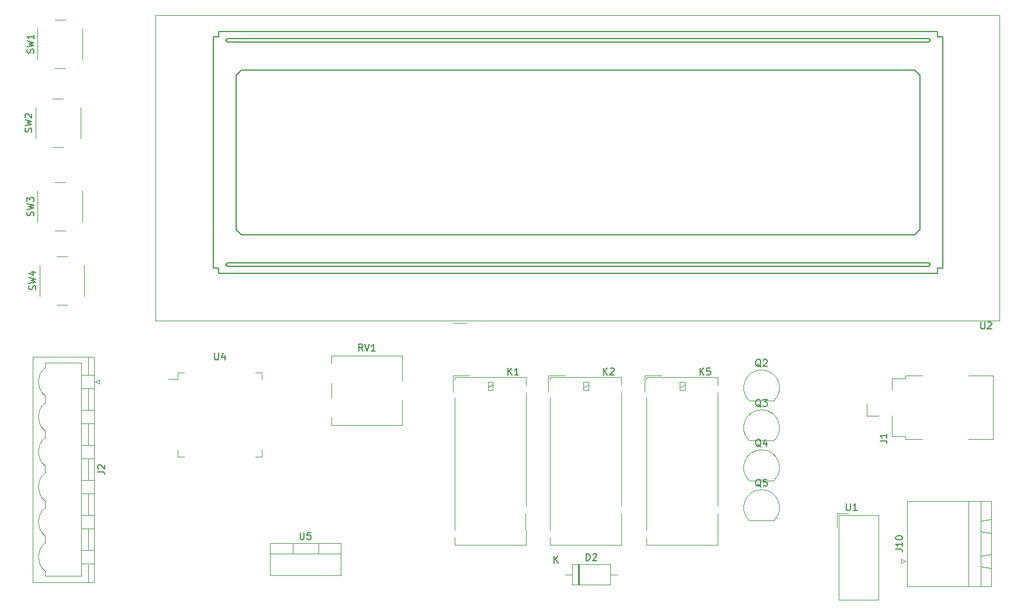
<source format=gbr>
%TF.GenerationSoftware,KiCad,Pcbnew,7.0.7*%
%TF.CreationDate,2023-12-03T21:53:00-03:00*%
%TF.ProjectId,climatizador automatico,636c696d-6174-4697-9a61-646f72206175,rev?*%
%TF.SameCoordinates,Original*%
%TF.FileFunction,Legend,Top*%
%TF.FilePolarity,Positive*%
%FSLAX46Y46*%
G04 Gerber Fmt 4.6, Leading zero omitted, Abs format (unit mm)*
G04 Created by KiCad (PCBNEW 7.0.7) date 2023-12-03 21:53:00*
%MOMM*%
%LPD*%
G01*
G04 APERTURE LIST*
%ADD10C,0.150000*%
%ADD11C,0.120000*%
G04 APERTURE END LIST*
D10*
X153382805Y-123101719D02*
X153382805Y-122101719D01*
X153382805Y-122101719D02*
X153620900Y-122101719D01*
X153620900Y-122101719D02*
X153763757Y-122149338D01*
X153763757Y-122149338D02*
X153858995Y-122244576D01*
X153858995Y-122244576D02*
X153906614Y-122339814D01*
X153906614Y-122339814D02*
X153954233Y-122530290D01*
X153954233Y-122530290D02*
X153954233Y-122673147D01*
X153954233Y-122673147D02*
X153906614Y-122863623D01*
X153906614Y-122863623D02*
X153858995Y-122958861D01*
X153858995Y-122958861D02*
X153763757Y-123054100D01*
X153763757Y-123054100D02*
X153620900Y-123101719D01*
X153620900Y-123101719D02*
X153382805Y-123101719D01*
X154335186Y-122196957D02*
X154382805Y-122149338D01*
X154382805Y-122149338D02*
X154478043Y-122101719D01*
X154478043Y-122101719D02*
X154716138Y-122101719D01*
X154716138Y-122101719D02*
X154811376Y-122149338D01*
X154811376Y-122149338D02*
X154858995Y-122196957D01*
X154858995Y-122196957D02*
X154906614Y-122292195D01*
X154906614Y-122292195D02*
X154906614Y-122387433D01*
X154906614Y-122387433D02*
X154858995Y-122530290D01*
X154858995Y-122530290D02*
X154287567Y-123101719D01*
X154287567Y-123101719D02*
X154906614Y-123101719D01*
X148778995Y-123471719D02*
X148778995Y-122471719D01*
X149350423Y-123471719D02*
X148921852Y-122900290D01*
X149350423Y-122471719D02*
X148778995Y-123043147D01*
X142085305Y-96194219D02*
X142085305Y-95194219D01*
X142656733Y-96194219D02*
X142228162Y-95622790D01*
X142656733Y-95194219D02*
X142085305Y-95765647D01*
X143609114Y-96194219D02*
X143037686Y-96194219D01*
X143323400Y-96194219D02*
X143323400Y-95194219D01*
X143323400Y-95194219D02*
X143228162Y-95337076D01*
X143228162Y-95337076D02*
X143132924Y-95432314D01*
X143132924Y-95432314D02*
X143037686Y-95479933D01*
X169872805Y-96194219D02*
X169872805Y-95194219D01*
X170444233Y-96194219D02*
X170015662Y-95622790D01*
X170444233Y-95194219D02*
X169872805Y-95765647D01*
X171348995Y-95194219D02*
X170872805Y-95194219D01*
X170872805Y-95194219D02*
X170825186Y-95670409D01*
X170825186Y-95670409D02*
X170872805Y-95622790D01*
X170872805Y-95622790D02*
X170968043Y-95575171D01*
X170968043Y-95575171D02*
X171206138Y-95575171D01*
X171206138Y-95575171D02*
X171301376Y-95622790D01*
X171301376Y-95622790D02*
X171348995Y-95670409D01*
X171348995Y-95670409D02*
X171396614Y-95765647D01*
X171396614Y-95765647D02*
X171396614Y-96003742D01*
X171396614Y-96003742D02*
X171348995Y-96098980D01*
X171348995Y-96098980D02*
X171301376Y-96146600D01*
X171301376Y-96146600D02*
X171206138Y-96194219D01*
X171206138Y-96194219D02*
X170968043Y-96194219D01*
X170968043Y-96194219D02*
X170872805Y-96146600D01*
X170872805Y-96146600D02*
X170825186Y-96098980D01*
X99558995Y-92994219D02*
X99558995Y-93803742D01*
X99558995Y-93803742D02*
X99606614Y-93898980D01*
X99606614Y-93898980D02*
X99654233Y-93946600D01*
X99654233Y-93946600D02*
X99749471Y-93994219D01*
X99749471Y-93994219D02*
X99939947Y-93994219D01*
X99939947Y-93994219D02*
X100035185Y-93946600D01*
X100035185Y-93946600D02*
X100082804Y-93898980D01*
X100082804Y-93898980D02*
X100130423Y-93803742D01*
X100130423Y-93803742D02*
X100130423Y-92994219D01*
X101035185Y-93327552D02*
X101035185Y-93994219D01*
X100797090Y-92946600D02*
X100558995Y-93660885D01*
X100558995Y-93660885D02*
X101178042Y-93660885D01*
X178708161Y-100829457D02*
X178612923Y-100781838D01*
X178612923Y-100781838D02*
X178517685Y-100686600D01*
X178517685Y-100686600D02*
X178374828Y-100543742D01*
X178374828Y-100543742D02*
X178279590Y-100496123D01*
X178279590Y-100496123D02*
X178184352Y-100496123D01*
X178231971Y-100734219D02*
X178136733Y-100686600D01*
X178136733Y-100686600D02*
X178041495Y-100591361D01*
X178041495Y-100591361D02*
X177993876Y-100400885D01*
X177993876Y-100400885D02*
X177993876Y-100067552D01*
X177993876Y-100067552D02*
X178041495Y-99877076D01*
X178041495Y-99877076D02*
X178136733Y-99781838D01*
X178136733Y-99781838D02*
X178231971Y-99734219D01*
X178231971Y-99734219D02*
X178422447Y-99734219D01*
X178422447Y-99734219D02*
X178517685Y-99781838D01*
X178517685Y-99781838D02*
X178612923Y-99877076D01*
X178612923Y-99877076D02*
X178660542Y-100067552D01*
X178660542Y-100067552D02*
X178660542Y-100400885D01*
X178660542Y-100400885D02*
X178612923Y-100591361D01*
X178612923Y-100591361D02*
X178517685Y-100686600D01*
X178517685Y-100686600D02*
X178422447Y-100734219D01*
X178422447Y-100734219D02*
X178231971Y-100734219D01*
X178993876Y-99734219D02*
X179612923Y-99734219D01*
X179612923Y-99734219D02*
X179279590Y-100115171D01*
X179279590Y-100115171D02*
X179422447Y-100115171D01*
X179422447Y-100115171D02*
X179517685Y-100162790D01*
X179517685Y-100162790D02*
X179565304Y-100210409D01*
X179565304Y-100210409D02*
X179612923Y-100305647D01*
X179612923Y-100305647D02*
X179612923Y-100543742D01*
X179612923Y-100543742D02*
X179565304Y-100638980D01*
X179565304Y-100638980D02*
X179517685Y-100686600D01*
X179517685Y-100686600D02*
X179422447Y-100734219D01*
X179422447Y-100734219D02*
X179136733Y-100734219D01*
X179136733Y-100734219D02*
X179041495Y-100686600D01*
X179041495Y-100686600D02*
X178993876Y-100638980D01*
X195945719Y-105720233D02*
X196660004Y-105720233D01*
X196660004Y-105720233D02*
X196802861Y-105767852D01*
X196802861Y-105767852D02*
X196898100Y-105863090D01*
X196898100Y-105863090D02*
X196945719Y-106005947D01*
X196945719Y-106005947D02*
X196945719Y-106101185D01*
X196945719Y-104720233D02*
X196945719Y-105291661D01*
X196945719Y-105005947D02*
X195945719Y-105005947D01*
X195945719Y-105005947D02*
X196088576Y-105101185D01*
X196088576Y-105101185D02*
X196183814Y-105196423D01*
X196183814Y-105196423D02*
X196231433Y-105291661D01*
X121025661Y-92726719D02*
X120692328Y-92250528D01*
X120454233Y-92726719D02*
X120454233Y-91726719D01*
X120454233Y-91726719D02*
X120835185Y-91726719D01*
X120835185Y-91726719D02*
X120930423Y-91774338D01*
X120930423Y-91774338D02*
X120978042Y-91821957D01*
X120978042Y-91821957D02*
X121025661Y-91917195D01*
X121025661Y-91917195D02*
X121025661Y-92060052D01*
X121025661Y-92060052D02*
X120978042Y-92155290D01*
X120978042Y-92155290D02*
X120930423Y-92202909D01*
X120930423Y-92202909D02*
X120835185Y-92250528D01*
X120835185Y-92250528D02*
X120454233Y-92250528D01*
X121311376Y-91726719D02*
X121644709Y-92726719D01*
X121644709Y-92726719D02*
X121978042Y-91726719D01*
X122835185Y-92726719D02*
X122263757Y-92726719D01*
X122549471Y-92726719D02*
X122549471Y-91726719D01*
X122549471Y-91726719D02*
X122454233Y-91869576D01*
X122454233Y-91869576D02*
X122358995Y-91964814D01*
X122358995Y-91964814D02*
X122263757Y-92012433D01*
X82625719Y-110210233D02*
X83340004Y-110210233D01*
X83340004Y-110210233D02*
X83482861Y-110257852D01*
X83482861Y-110257852D02*
X83578100Y-110353090D01*
X83578100Y-110353090D02*
X83625719Y-110495947D01*
X83625719Y-110495947D02*
X83625719Y-110591185D01*
X82720957Y-109781661D02*
X82673338Y-109734042D01*
X82673338Y-109734042D02*
X82625719Y-109638804D01*
X82625719Y-109638804D02*
X82625719Y-109400709D01*
X82625719Y-109400709D02*
X82673338Y-109305471D01*
X82673338Y-109305471D02*
X82720957Y-109257852D01*
X82720957Y-109257852D02*
X82816195Y-109210233D01*
X82816195Y-109210233D02*
X82911433Y-109210233D01*
X82911433Y-109210233D02*
X83054290Y-109257852D01*
X83054290Y-109257852D02*
X83625719Y-109829280D01*
X83625719Y-109829280D02*
X83625719Y-109210233D01*
X73328100Y-73110232D02*
X73375719Y-72967375D01*
X73375719Y-72967375D02*
X73375719Y-72729280D01*
X73375719Y-72729280D02*
X73328100Y-72634042D01*
X73328100Y-72634042D02*
X73280480Y-72586423D01*
X73280480Y-72586423D02*
X73185242Y-72538804D01*
X73185242Y-72538804D02*
X73090004Y-72538804D01*
X73090004Y-72538804D02*
X72994766Y-72586423D01*
X72994766Y-72586423D02*
X72947147Y-72634042D01*
X72947147Y-72634042D02*
X72899528Y-72729280D01*
X72899528Y-72729280D02*
X72851909Y-72919756D01*
X72851909Y-72919756D02*
X72804290Y-73014994D01*
X72804290Y-73014994D02*
X72756671Y-73062613D01*
X72756671Y-73062613D02*
X72661433Y-73110232D01*
X72661433Y-73110232D02*
X72566195Y-73110232D01*
X72566195Y-73110232D02*
X72470957Y-73062613D01*
X72470957Y-73062613D02*
X72423338Y-73014994D01*
X72423338Y-73014994D02*
X72375719Y-72919756D01*
X72375719Y-72919756D02*
X72375719Y-72681661D01*
X72375719Y-72681661D02*
X72423338Y-72538804D01*
X72375719Y-72205470D02*
X73375719Y-71967375D01*
X73375719Y-71967375D02*
X72661433Y-71776899D01*
X72661433Y-71776899D02*
X73375719Y-71586423D01*
X73375719Y-71586423D02*
X72375719Y-71348328D01*
X72375719Y-71062613D02*
X72375719Y-70443566D01*
X72375719Y-70443566D02*
X72756671Y-70776899D01*
X72756671Y-70776899D02*
X72756671Y-70634042D01*
X72756671Y-70634042D02*
X72804290Y-70538804D01*
X72804290Y-70538804D02*
X72851909Y-70491185D01*
X72851909Y-70491185D02*
X72947147Y-70443566D01*
X72947147Y-70443566D02*
X73185242Y-70443566D01*
X73185242Y-70443566D02*
X73280480Y-70491185D01*
X73280480Y-70491185D02*
X73328100Y-70538804D01*
X73328100Y-70538804D02*
X73375719Y-70634042D01*
X73375719Y-70634042D02*
X73375719Y-70919756D01*
X73375719Y-70919756D02*
X73328100Y-71014994D01*
X73328100Y-71014994D02*
X73280480Y-71062613D01*
X178708161Y-112409457D02*
X178612923Y-112361838D01*
X178612923Y-112361838D02*
X178517685Y-112266600D01*
X178517685Y-112266600D02*
X178374828Y-112123742D01*
X178374828Y-112123742D02*
X178279590Y-112076123D01*
X178279590Y-112076123D02*
X178184352Y-112076123D01*
X178231971Y-112314219D02*
X178136733Y-112266600D01*
X178136733Y-112266600D02*
X178041495Y-112171361D01*
X178041495Y-112171361D02*
X177993876Y-111980885D01*
X177993876Y-111980885D02*
X177993876Y-111647552D01*
X177993876Y-111647552D02*
X178041495Y-111457076D01*
X178041495Y-111457076D02*
X178136733Y-111361838D01*
X178136733Y-111361838D02*
X178231971Y-111314219D01*
X178231971Y-111314219D02*
X178422447Y-111314219D01*
X178422447Y-111314219D02*
X178517685Y-111361838D01*
X178517685Y-111361838D02*
X178612923Y-111457076D01*
X178612923Y-111457076D02*
X178660542Y-111647552D01*
X178660542Y-111647552D02*
X178660542Y-111980885D01*
X178660542Y-111980885D02*
X178612923Y-112171361D01*
X178612923Y-112171361D02*
X178517685Y-112266600D01*
X178517685Y-112266600D02*
X178422447Y-112314219D01*
X178422447Y-112314219D02*
X178231971Y-112314219D01*
X179565304Y-111314219D02*
X179089114Y-111314219D01*
X179089114Y-111314219D02*
X179041495Y-111790409D01*
X179041495Y-111790409D02*
X179089114Y-111742790D01*
X179089114Y-111742790D02*
X179184352Y-111695171D01*
X179184352Y-111695171D02*
X179422447Y-111695171D01*
X179422447Y-111695171D02*
X179517685Y-111742790D01*
X179517685Y-111742790D02*
X179565304Y-111790409D01*
X179565304Y-111790409D02*
X179612923Y-111885647D01*
X179612923Y-111885647D02*
X179612923Y-112123742D01*
X179612923Y-112123742D02*
X179565304Y-112218980D01*
X179565304Y-112218980D02*
X179517685Y-112266600D01*
X179517685Y-112266600D02*
X179422447Y-112314219D01*
X179422447Y-112314219D02*
X179184352Y-112314219D01*
X179184352Y-112314219D02*
X179089114Y-112266600D01*
X179089114Y-112266600D02*
X179041495Y-112218980D01*
X155902805Y-96194219D02*
X155902805Y-95194219D01*
X156474233Y-96194219D02*
X156045662Y-95622790D01*
X156474233Y-95194219D02*
X155902805Y-95765647D01*
X156855186Y-95289457D02*
X156902805Y-95241838D01*
X156902805Y-95241838D02*
X156998043Y-95194219D01*
X156998043Y-95194219D02*
X157236138Y-95194219D01*
X157236138Y-95194219D02*
X157331376Y-95241838D01*
X157331376Y-95241838D02*
X157378995Y-95289457D01*
X157378995Y-95289457D02*
X157426614Y-95384695D01*
X157426614Y-95384695D02*
X157426614Y-95479933D01*
X157426614Y-95479933D02*
X157378995Y-95622790D01*
X157378995Y-95622790D02*
X156807567Y-96194219D01*
X156807567Y-96194219D02*
X157426614Y-96194219D01*
X73038100Y-60970232D02*
X73085719Y-60827375D01*
X73085719Y-60827375D02*
X73085719Y-60589280D01*
X73085719Y-60589280D02*
X73038100Y-60494042D01*
X73038100Y-60494042D02*
X72990480Y-60446423D01*
X72990480Y-60446423D02*
X72895242Y-60398804D01*
X72895242Y-60398804D02*
X72800004Y-60398804D01*
X72800004Y-60398804D02*
X72704766Y-60446423D01*
X72704766Y-60446423D02*
X72657147Y-60494042D01*
X72657147Y-60494042D02*
X72609528Y-60589280D01*
X72609528Y-60589280D02*
X72561909Y-60779756D01*
X72561909Y-60779756D02*
X72514290Y-60874994D01*
X72514290Y-60874994D02*
X72466671Y-60922613D01*
X72466671Y-60922613D02*
X72371433Y-60970232D01*
X72371433Y-60970232D02*
X72276195Y-60970232D01*
X72276195Y-60970232D02*
X72180957Y-60922613D01*
X72180957Y-60922613D02*
X72133338Y-60874994D01*
X72133338Y-60874994D02*
X72085719Y-60779756D01*
X72085719Y-60779756D02*
X72085719Y-60541661D01*
X72085719Y-60541661D02*
X72133338Y-60398804D01*
X72085719Y-60065470D02*
X73085719Y-59827375D01*
X73085719Y-59827375D02*
X72371433Y-59636899D01*
X72371433Y-59636899D02*
X73085719Y-59446423D01*
X73085719Y-59446423D02*
X72085719Y-59208328D01*
X72180957Y-58874994D02*
X72133338Y-58827375D01*
X72133338Y-58827375D02*
X72085719Y-58732137D01*
X72085719Y-58732137D02*
X72085719Y-58494042D01*
X72085719Y-58494042D02*
X72133338Y-58398804D01*
X72133338Y-58398804D02*
X72180957Y-58351185D01*
X72180957Y-58351185D02*
X72276195Y-58303566D01*
X72276195Y-58303566D02*
X72371433Y-58303566D01*
X72371433Y-58303566D02*
X72514290Y-58351185D01*
X72514290Y-58351185D02*
X73085719Y-58922613D01*
X73085719Y-58922613D02*
X73085719Y-58303566D01*
X73328100Y-49540232D02*
X73375719Y-49397375D01*
X73375719Y-49397375D02*
X73375719Y-49159280D01*
X73375719Y-49159280D02*
X73328100Y-49064042D01*
X73328100Y-49064042D02*
X73280480Y-49016423D01*
X73280480Y-49016423D02*
X73185242Y-48968804D01*
X73185242Y-48968804D02*
X73090004Y-48968804D01*
X73090004Y-48968804D02*
X72994766Y-49016423D01*
X72994766Y-49016423D02*
X72947147Y-49064042D01*
X72947147Y-49064042D02*
X72899528Y-49159280D01*
X72899528Y-49159280D02*
X72851909Y-49349756D01*
X72851909Y-49349756D02*
X72804290Y-49444994D01*
X72804290Y-49444994D02*
X72756671Y-49492613D01*
X72756671Y-49492613D02*
X72661433Y-49540232D01*
X72661433Y-49540232D02*
X72566195Y-49540232D01*
X72566195Y-49540232D02*
X72470957Y-49492613D01*
X72470957Y-49492613D02*
X72423338Y-49444994D01*
X72423338Y-49444994D02*
X72375719Y-49349756D01*
X72375719Y-49349756D02*
X72375719Y-49111661D01*
X72375719Y-49111661D02*
X72423338Y-48968804D01*
X72375719Y-48635470D02*
X73375719Y-48397375D01*
X73375719Y-48397375D02*
X72661433Y-48206899D01*
X72661433Y-48206899D02*
X73375719Y-48016423D01*
X73375719Y-48016423D02*
X72375719Y-47778328D01*
X73375719Y-46873566D02*
X73375719Y-47444994D01*
X73375719Y-47159280D02*
X72375719Y-47159280D01*
X72375719Y-47159280D02*
X72518576Y-47254518D01*
X72518576Y-47254518D02*
X72613814Y-47349756D01*
X72613814Y-47349756D02*
X72661433Y-47444994D01*
X210548995Y-88511719D02*
X210548995Y-89321242D01*
X210548995Y-89321242D02*
X210596614Y-89416480D01*
X210596614Y-89416480D02*
X210644233Y-89464100D01*
X210644233Y-89464100D02*
X210739471Y-89511719D01*
X210739471Y-89511719D02*
X210929947Y-89511719D01*
X210929947Y-89511719D02*
X211025185Y-89464100D01*
X211025185Y-89464100D02*
X211072804Y-89416480D01*
X211072804Y-89416480D02*
X211120423Y-89321242D01*
X211120423Y-89321242D02*
X211120423Y-88511719D01*
X211548995Y-88606957D02*
X211596614Y-88559338D01*
X211596614Y-88559338D02*
X211691852Y-88511719D01*
X211691852Y-88511719D02*
X211929947Y-88511719D01*
X211929947Y-88511719D02*
X212025185Y-88559338D01*
X212025185Y-88559338D02*
X212072804Y-88606957D01*
X212072804Y-88606957D02*
X212120423Y-88702195D01*
X212120423Y-88702195D02*
X212120423Y-88797433D01*
X212120423Y-88797433D02*
X212072804Y-88940290D01*
X212072804Y-88940290D02*
X211501376Y-89511719D01*
X211501376Y-89511719D02*
X212120423Y-89511719D01*
X178708161Y-106619457D02*
X178612923Y-106571838D01*
X178612923Y-106571838D02*
X178517685Y-106476600D01*
X178517685Y-106476600D02*
X178374828Y-106333742D01*
X178374828Y-106333742D02*
X178279590Y-106286123D01*
X178279590Y-106286123D02*
X178184352Y-106286123D01*
X178231971Y-106524219D02*
X178136733Y-106476600D01*
X178136733Y-106476600D02*
X178041495Y-106381361D01*
X178041495Y-106381361D02*
X177993876Y-106190885D01*
X177993876Y-106190885D02*
X177993876Y-105857552D01*
X177993876Y-105857552D02*
X178041495Y-105667076D01*
X178041495Y-105667076D02*
X178136733Y-105571838D01*
X178136733Y-105571838D02*
X178231971Y-105524219D01*
X178231971Y-105524219D02*
X178422447Y-105524219D01*
X178422447Y-105524219D02*
X178517685Y-105571838D01*
X178517685Y-105571838D02*
X178612923Y-105667076D01*
X178612923Y-105667076D02*
X178660542Y-105857552D01*
X178660542Y-105857552D02*
X178660542Y-106190885D01*
X178660542Y-106190885D02*
X178612923Y-106381361D01*
X178612923Y-106381361D02*
X178517685Y-106476600D01*
X178517685Y-106476600D02*
X178422447Y-106524219D01*
X178422447Y-106524219D02*
X178231971Y-106524219D01*
X179517685Y-105857552D02*
X179517685Y-106524219D01*
X179279590Y-105476600D02*
X179041495Y-106190885D01*
X179041495Y-106190885D02*
X179660542Y-106190885D01*
X111968995Y-119031719D02*
X111968995Y-119841242D01*
X111968995Y-119841242D02*
X112016614Y-119936480D01*
X112016614Y-119936480D02*
X112064233Y-119984100D01*
X112064233Y-119984100D02*
X112159471Y-120031719D01*
X112159471Y-120031719D02*
X112349947Y-120031719D01*
X112349947Y-120031719D02*
X112445185Y-119984100D01*
X112445185Y-119984100D02*
X112492804Y-119936480D01*
X112492804Y-119936480D02*
X112540423Y-119841242D01*
X112540423Y-119841242D02*
X112540423Y-119031719D01*
X113492804Y-119031719D02*
X113016614Y-119031719D01*
X113016614Y-119031719D02*
X112968995Y-119507909D01*
X112968995Y-119507909D02*
X113016614Y-119460290D01*
X113016614Y-119460290D02*
X113111852Y-119412671D01*
X113111852Y-119412671D02*
X113349947Y-119412671D01*
X113349947Y-119412671D02*
X113445185Y-119460290D01*
X113445185Y-119460290D02*
X113492804Y-119507909D01*
X113492804Y-119507909D02*
X113540423Y-119603147D01*
X113540423Y-119603147D02*
X113540423Y-119841242D01*
X113540423Y-119841242D02*
X113492804Y-119936480D01*
X113492804Y-119936480D02*
X113445185Y-119984100D01*
X113445185Y-119984100D02*
X113349947Y-120031719D01*
X113349947Y-120031719D02*
X113111852Y-120031719D01*
X113111852Y-120031719D02*
X113016614Y-119984100D01*
X113016614Y-119984100D02*
X112968995Y-119936480D01*
X178708161Y-95039457D02*
X178612923Y-94991838D01*
X178612923Y-94991838D02*
X178517685Y-94896600D01*
X178517685Y-94896600D02*
X178374828Y-94753742D01*
X178374828Y-94753742D02*
X178279590Y-94706123D01*
X178279590Y-94706123D02*
X178184352Y-94706123D01*
X178231971Y-94944219D02*
X178136733Y-94896600D01*
X178136733Y-94896600D02*
X178041495Y-94801361D01*
X178041495Y-94801361D02*
X177993876Y-94610885D01*
X177993876Y-94610885D02*
X177993876Y-94277552D01*
X177993876Y-94277552D02*
X178041495Y-94087076D01*
X178041495Y-94087076D02*
X178136733Y-93991838D01*
X178136733Y-93991838D02*
X178231971Y-93944219D01*
X178231971Y-93944219D02*
X178422447Y-93944219D01*
X178422447Y-93944219D02*
X178517685Y-93991838D01*
X178517685Y-93991838D02*
X178612923Y-94087076D01*
X178612923Y-94087076D02*
X178660542Y-94277552D01*
X178660542Y-94277552D02*
X178660542Y-94610885D01*
X178660542Y-94610885D02*
X178612923Y-94801361D01*
X178612923Y-94801361D02*
X178517685Y-94896600D01*
X178517685Y-94896600D02*
X178422447Y-94944219D01*
X178422447Y-94944219D02*
X178231971Y-94944219D01*
X179041495Y-94039457D02*
X179089114Y-93991838D01*
X179089114Y-93991838D02*
X179184352Y-93944219D01*
X179184352Y-93944219D02*
X179422447Y-93944219D01*
X179422447Y-93944219D02*
X179517685Y-93991838D01*
X179517685Y-93991838D02*
X179565304Y-94039457D01*
X179565304Y-94039457D02*
X179612923Y-94134695D01*
X179612923Y-94134695D02*
X179612923Y-94229933D01*
X179612923Y-94229933D02*
X179565304Y-94372790D01*
X179565304Y-94372790D02*
X178993876Y-94944219D01*
X178993876Y-94944219D02*
X179612923Y-94944219D01*
X191076495Y-114819219D02*
X191076495Y-115628742D01*
X191076495Y-115628742D02*
X191124114Y-115723980D01*
X191124114Y-115723980D02*
X191171733Y-115771600D01*
X191171733Y-115771600D02*
X191266971Y-115819219D01*
X191266971Y-115819219D02*
X191457447Y-115819219D01*
X191457447Y-115819219D02*
X191552685Y-115771600D01*
X191552685Y-115771600D02*
X191600304Y-115723980D01*
X191600304Y-115723980D02*
X191647923Y-115628742D01*
X191647923Y-115628742D02*
X191647923Y-114819219D01*
X192647923Y-115819219D02*
X192076495Y-115819219D01*
X192362209Y-115819219D02*
X192362209Y-114819219D01*
X192362209Y-114819219D02*
X192266971Y-114962076D01*
X192266971Y-114962076D02*
X192171733Y-115057314D01*
X192171733Y-115057314D02*
X192076495Y-115104933D01*
X73618100Y-83830232D02*
X73665719Y-83687375D01*
X73665719Y-83687375D02*
X73665719Y-83449280D01*
X73665719Y-83449280D02*
X73618100Y-83354042D01*
X73618100Y-83354042D02*
X73570480Y-83306423D01*
X73570480Y-83306423D02*
X73475242Y-83258804D01*
X73475242Y-83258804D02*
X73380004Y-83258804D01*
X73380004Y-83258804D02*
X73284766Y-83306423D01*
X73284766Y-83306423D02*
X73237147Y-83354042D01*
X73237147Y-83354042D02*
X73189528Y-83449280D01*
X73189528Y-83449280D02*
X73141909Y-83639756D01*
X73141909Y-83639756D02*
X73094290Y-83734994D01*
X73094290Y-83734994D02*
X73046671Y-83782613D01*
X73046671Y-83782613D02*
X72951433Y-83830232D01*
X72951433Y-83830232D02*
X72856195Y-83830232D01*
X72856195Y-83830232D02*
X72760957Y-83782613D01*
X72760957Y-83782613D02*
X72713338Y-83734994D01*
X72713338Y-83734994D02*
X72665719Y-83639756D01*
X72665719Y-83639756D02*
X72665719Y-83401661D01*
X72665719Y-83401661D02*
X72713338Y-83258804D01*
X72665719Y-82925470D02*
X73665719Y-82687375D01*
X73665719Y-82687375D02*
X72951433Y-82496899D01*
X72951433Y-82496899D02*
X73665719Y-82306423D01*
X73665719Y-82306423D02*
X72665719Y-82068328D01*
X72999052Y-81258804D02*
X73665719Y-81258804D01*
X72618100Y-81496899D02*
X73332385Y-81734994D01*
X73332385Y-81734994D02*
X73332385Y-81115947D01*
X198217319Y-121459523D02*
X198931604Y-121459523D01*
X198931604Y-121459523D02*
X199074461Y-121507142D01*
X199074461Y-121507142D02*
X199169700Y-121602380D01*
X199169700Y-121602380D02*
X199217319Y-121745237D01*
X199217319Y-121745237D02*
X199217319Y-121840475D01*
X199217319Y-120459523D02*
X199217319Y-121030951D01*
X199217319Y-120745237D02*
X198217319Y-120745237D01*
X198217319Y-120745237D02*
X198360176Y-120840475D01*
X198360176Y-120840475D02*
X198455414Y-120935713D01*
X198455414Y-120935713D02*
X198503033Y-121030951D01*
X198217319Y-119840475D02*
X198217319Y-119745237D01*
X198217319Y-119745237D02*
X198264938Y-119649999D01*
X198264938Y-119649999D02*
X198312557Y-119602380D01*
X198312557Y-119602380D02*
X198407795Y-119554761D01*
X198407795Y-119554761D02*
X198598271Y-119507142D01*
X198598271Y-119507142D02*
X198836366Y-119507142D01*
X198836366Y-119507142D02*
X199026842Y-119554761D01*
X199026842Y-119554761D02*
X199122080Y-119602380D01*
X199122080Y-119602380D02*
X199169700Y-119649999D01*
X199169700Y-119649999D02*
X199217319Y-119745237D01*
X199217319Y-119745237D02*
X199217319Y-119840475D01*
X199217319Y-119840475D02*
X199169700Y-119935713D01*
X199169700Y-119935713D02*
X199122080Y-119983332D01*
X199122080Y-119983332D02*
X199026842Y-120030951D01*
X199026842Y-120030951D02*
X198836366Y-120078570D01*
X198836366Y-120078570D02*
X198598271Y-120078570D01*
X198598271Y-120078570D02*
X198407795Y-120030951D01*
X198407795Y-120030951D02*
X198312557Y-119983332D01*
X198312557Y-119983332D02*
X198264938Y-119935713D01*
X198264938Y-119935713D02*
X198217319Y-119840475D01*
D11*
%TO.C,D2*%
X150380900Y-125116900D02*
X151400900Y-125116900D01*
X151400900Y-123646900D02*
X151400900Y-126586900D01*
X151400900Y-126586900D02*
X156840900Y-126586900D01*
X152180900Y-123646900D02*
X152180900Y-126586900D01*
X152300900Y-123646900D02*
X152300900Y-126586900D01*
X152420900Y-123646900D02*
X152420900Y-126586900D01*
X156840900Y-123646900D02*
X151400900Y-123646900D01*
X156840900Y-126586900D02*
X156840900Y-123646900D01*
X157860900Y-125116900D02*
X156840900Y-125116900D01*
%TO.C,K1*%
X134093400Y-96299400D02*
X136493400Y-96299400D01*
X134093400Y-98639400D02*
X134093400Y-96299400D01*
X134343400Y-96549400D02*
X134343400Y-96889400D01*
X134343400Y-99509400D02*
X134343400Y-118689400D01*
X134343400Y-120849400D02*
X134343400Y-119709400D01*
X139193400Y-97199400D02*
X139193400Y-98399400D01*
X139193400Y-97999400D02*
X139893400Y-97599400D01*
X139193400Y-98399400D02*
X139893400Y-98399400D01*
X139893400Y-97199400D02*
X139193400Y-97199400D01*
X139893400Y-98399400D02*
X139893400Y-97199400D01*
X144633400Y-116249400D02*
X144643400Y-120849400D01*
X144643400Y-96549400D02*
X134343400Y-96549400D01*
X144643400Y-96549400D02*
X144643400Y-97689400D01*
X144643400Y-98709400D02*
X144643400Y-115189400D01*
X144643400Y-120849400D02*
X134343400Y-120849400D01*
%TO.C,K5*%
X161880900Y-96299400D02*
X164280900Y-96299400D01*
X161880900Y-98639400D02*
X161880900Y-96299400D01*
X162130900Y-96549400D02*
X162130900Y-96889400D01*
X162130900Y-99509400D02*
X162130900Y-118689400D01*
X162130900Y-120849400D02*
X162130900Y-119709400D01*
X166980900Y-97199400D02*
X166980900Y-98399400D01*
X166980900Y-97999400D02*
X167680900Y-97599400D01*
X166980900Y-98399400D02*
X167680900Y-98399400D01*
X167680900Y-97199400D02*
X166980900Y-97199400D01*
X167680900Y-98399400D02*
X167680900Y-97199400D01*
X172420900Y-116249400D02*
X172430900Y-120849400D01*
X172430900Y-96549400D02*
X162130900Y-96549400D01*
X172430900Y-96549400D02*
X172430900Y-97689400D01*
X172430900Y-98709400D02*
X172430900Y-115189400D01*
X172430900Y-120849400D02*
X162130900Y-120849400D01*
%TO.C,U4*%
X94210900Y-95809400D02*
X94210900Y-96784400D01*
X94210900Y-96784400D02*
X92895900Y-96784400D01*
X94210900Y-108029400D02*
X94210900Y-107054400D01*
X95185900Y-95809400D02*
X94210900Y-95809400D01*
X95185900Y-108029400D02*
X94210900Y-108029400D01*
X105455900Y-95809400D02*
X106430900Y-95809400D01*
X105455900Y-108029400D02*
X106430900Y-108029400D01*
X106430900Y-95809400D02*
X106430900Y-96784400D01*
X106430900Y-108029400D02*
X106430900Y-107054400D01*
%TO.C,Q3*%
X177003400Y-105689400D02*
X180603400Y-105689400D01*
X178803400Y-101239400D02*
G75*
G03*
X176964922Y-105677878I0J-2600000D01*
G01*
X180641878Y-105677878D02*
G75*
G03*
X178803400Y-101239400I-1838478J1838478D01*
G01*
%TO.C,J1*%
X199640900Y-105486900D02*
X199640900Y-105086900D01*
X202090900Y-105486900D02*
X199640900Y-105486900D01*
X212340900Y-105486900D02*
X208790900Y-105486900D01*
X197640900Y-105086900D02*
X197640900Y-102086900D01*
X199640900Y-105086900D02*
X197640900Y-105086900D01*
X194000900Y-102076900D02*
X194000900Y-100336900D01*
X195740900Y-102076900D02*
X194000900Y-102076900D01*
X197640900Y-98286900D02*
X197640900Y-96686900D01*
X197640900Y-96686900D02*
X199640900Y-96686900D01*
X199640900Y-96686900D02*
X199640900Y-96286900D01*
X199640900Y-96286900D02*
X202090900Y-96286900D01*
X208790900Y-96286900D02*
X212340900Y-96286900D01*
X212340900Y-96286900D02*
X212340900Y-105486900D01*
%TO.C,RV1*%
X116500900Y-93400900D02*
X116500900Y-94495900D01*
X116500900Y-93400900D02*
X126740900Y-93400900D01*
X116500900Y-97347900D02*
X116500900Y-99496900D01*
X116500900Y-102346900D02*
X116500900Y-103441900D01*
X116500900Y-103441900D02*
X126740900Y-103441900D01*
X126740900Y-93400900D02*
X126740900Y-96996900D01*
X126740900Y-99846900D02*
X126740900Y-103441900D01*
%TO.C,J2*%
X82080900Y-93526900D02*
X73260900Y-93526900D01*
X81270900Y-93526900D02*
X81270900Y-96066900D01*
X73260900Y-93526900D02*
X73260900Y-126226900D01*
X80270900Y-94436900D02*
X80270900Y-125316900D01*
X74970900Y-94436900D02*
X80270900Y-94436900D01*
X74970900Y-95176900D02*
X74970900Y-94436900D01*
X82080900Y-96176900D02*
X82080900Y-98176900D01*
X80270900Y-96176900D02*
X82080900Y-96176900D01*
X82880900Y-96876900D02*
X82880900Y-97476900D01*
X82280900Y-97176900D02*
X82880900Y-96876900D01*
X82880900Y-97476900D02*
X82280900Y-97176900D01*
X82080900Y-98176900D02*
X80270900Y-98176900D01*
X81270900Y-98176900D02*
X81270900Y-101256900D01*
X80270900Y-98176900D02*
X80270900Y-96176900D01*
X74970900Y-99176900D02*
X74970900Y-100256900D01*
X82080900Y-101256900D02*
X82080900Y-103256900D01*
X80270900Y-101256900D02*
X82080900Y-101256900D01*
X82080900Y-103256900D02*
X80270900Y-103256900D01*
X81270900Y-103256900D02*
X81270900Y-106336900D01*
X80270900Y-103256900D02*
X80270900Y-101256900D01*
X74970900Y-104256900D02*
X74970900Y-105336900D01*
X82080900Y-106336900D02*
X82080900Y-108336900D01*
X80270900Y-106336900D02*
X82080900Y-106336900D01*
X82080900Y-108336900D02*
X80270900Y-108336900D01*
X81270900Y-108336900D02*
X81270900Y-111416900D01*
X80270900Y-108336900D02*
X80270900Y-106336900D01*
X74970900Y-109336900D02*
X74970900Y-110416900D01*
X82080900Y-111416900D02*
X82080900Y-113416900D01*
X80270900Y-111416900D02*
X82080900Y-111416900D01*
X82080900Y-113416900D02*
X80270900Y-113416900D01*
X81270900Y-113416900D02*
X81270900Y-116496900D01*
X80270900Y-113416900D02*
X80270900Y-111416900D01*
X74970900Y-114416900D02*
X74970900Y-115496900D01*
X82080900Y-116496900D02*
X82080900Y-118496900D01*
X80270900Y-116496900D02*
X82080900Y-116496900D01*
X82080900Y-118496900D02*
X80270900Y-118496900D01*
X81270900Y-118496900D02*
X81270900Y-121576900D01*
X80270900Y-118496900D02*
X80270900Y-116496900D01*
X74970900Y-119496900D02*
X74970900Y-120576900D01*
X82080900Y-121576900D02*
X82080900Y-123576900D01*
X80270900Y-121576900D02*
X82080900Y-121576900D01*
X82080900Y-123576900D02*
X80270900Y-123576900D01*
X80270900Y-123576900D02*
X80270900Y-121576900D01*
X80270900Y-125316900D02*
X74970900Y-125316900D01*
X74970900Y-125316900D02*
X74970900Y-124576900D01*
X82080900Y-126226900D02*
X82080900Y-93526900D01*
X81270900Y-126226900D02*
X81270900Y-123686900D01*
X73260900Y-126226900D02*
X82080900Y-126226900D01*
X74970900Y-95176900D02*
G75*
G03*
X74955079Y-99163742I1650000J-2000000D01*
G01*
X74970900Y-100256900D02*
G75*
G03*
X74955079Y-104243742I1650000J-2000000D01*
G01*
X74970900Y-105336900D02*
G75*
G03*
X74955079Y-109323742I1650000J-2000000D01*
G01*
X74970900Y-110416900D02*
G75*
G03*
X74955079Y-114403742I1650000J-2000000D01*
G01*
X74970900Y-115496900D02*
G75*
G03*
X74955079Y-119483742I1650000J-2000000D01*
G01*
X74970900Y-120576900D02*
G75*
G03*
X74955079Y-124563742I1650000J-2000000D01*
G01*
%TO.C,SW3*%
X76420900Y-75276900D02*
X77920900Y-75276900D01*
X80420900Y-74026900D02*
X80420900Y-69526900D01*
X73920900Y-69526900D02*
X73920900Y-74026900D01*
X77920900Y-68276900D02*
X76420900Y-68276900D01*
%TO.C,Q5*%
X177003400Y-117269400D02*
X180603400Y-117269400D01*
X178803400Y-112819400D02*
G75*
G03*
X176964922Y-117257878I0J-2600000D01*
G01*
X180641878Y-117257878D02*
G75*
G03*
X178803400Y-112819400I-1838478J1838478D01*
G01*
%TO.C,K2*%
X147910900Y-96299400D02*
X150310900Y-96299400D01*
X147910900Y-98639400D02*
X147910900Y-96299400D01*
X148160900Y-96549400D02*
X148160900Y-96889400D01*
X148160900Y-99509400D02*
X148160900Y-118689400D01*
X148160900Y-120849400D02*
X148160900Y-119709400D01*
X153010900Y-97199400D02*
X153010900Y-98399400D01*
X153010900Y-97999400D02*
X153710900Y-97599400D01*
X153010900Y-98399400D02*
X153710900Y-98399400D01*
X153710900Y-97199400D02*
X153010900Y-97199400D01*
X153710900Y-98399400D02*
X153710900Y-97199400D01*
X158450900Y-116249400D02*
X158460900Y-120849400D01*
X158460900Y-96549400D02*
X148160900Y-96549400D01*
X158460900Y-96549400D02*
X158460900Y-97689400D01*
X158460900Y-98709400D02*
X158460900Y-115189400D01*
X158460900Y-120849400D02*
X148160900Y-120849400D01*
%TO.C,SW2*%
X76130900Y-63136900D02*
X77630900Y-63136900D01*
X80130900Y-61886900D02*
X80130900Y-57386900D01*
X73630900Y-57386900D02*
X73630900Y-61886900D01*
X77630900Y-56136900D02*
X76130900Y-56136900D01*
%TO.C,SW1*%
X76420900Y-51706900D02*
X77920900Y-51706900D01*
X80420900Y-50456900D02*
X80420900Y-45956900D01*
X73920900Y-45956900D02*
X73920900Y-50456900D01*
X77920900Y-44706900D02*
X76420900Y-44706900D01*
%TO.C,U2*%
X213240900Y-88286900D02*
X213240900Y-44006900D01*
X213240900Y-44006900D02*
X90960900Y-44006900D01*
D10*
X205077900Y-80693900D02*
X205077900Y-47165900D01*
X204315900Y-81455900D02*
X204315900Y-80693900D01*
X204315900Y-80693900D02*
X205077900Y-80693900D01*
X204315900Y-47165900D02*
X205077900Y-47165900D01*
X204315900Y-46403900D02*
X204315900Y-47165900D01*
X204315900Y-46403900D02*
X100175900Y-46403900D01*
X203299900Y-80185900D02*
X203045900Y-79931900D01*
X203299900Y-47673900D02*
X203045900Y-47419900D01*
X203045900Y-80439900D02*
X203299900Y-80185900D01*
X203045900Y-79931900D02*
X101445900Y-79931900D01*
X203045900Y-47927900D02*
X203299900Y-47673900D01*
X203045900Y-47419900D02*
X101445900Y-47419900D01*
X201775900Y-75105900D02*
X201013900Y-75867900D01*
X201775900Y-52753900D02*
X201775900Y-75105900D01*
X201013900Y-75867900D02*
X103477900Y-75867900D01*
X201013900Y-51991900D02*
X201775900Y-52753900D01*
D11*
X136100900Y-88646900D02*
X134100900Y-88646900D01*
D10*
X103477900Y-75867900D02*
X102715900Y-75105900D01*
X103477900Y-51991900D02*
X201013900Y-51991900D01*
X102715900Y-75105900D02*
X102715900Y-52753900D01*
X102715900Y-52753900D02*
X103477900Y-51991900D01*
X101445900Y-80439900D02*
X203045900Y-80439900D01*
X101445900Y-80439900D02*
X101191900Y-80185900D01*
X101445900Y-47927900D02*
X203045900Y-47927900D01*
X101445900Y-47419900D02*
X101191900Y-47673900D01*
X101191900Y-80185900D02*
X101445900Y-79931900D01*
X101191900Y-47673900D02*
X101445900Y-47927900D01*
X100175900Y-81455900D02*
X204315900Y-81455900D01*
X100175900Y-81455900D02*
X100175900Y-80693900D01*
X100175900Y-80693900D02*
X99413900Y-80693900D01*
X100175900Y-47165900D02*
X100175900Y-46403900D01*
X99413900Y-47165900D02*
X100175900Y-47165900D01*
X99413900Y-47165900D02*
X99413900Y-80693900D01*
D11*
X90960900Y-88286900D02*
X213240900Y-88286900D01*
X90960900Y-88286900D02*
X90960900Y-44006900D01*
%TO.C,Q4*%
X177003400Y-111479400D02*
X180603400Y-111479400D01*
X178803400Y-107029400D02*
G75*
G03*
X176964922Y-111467878I0J-2600000D01*
G01*
X180641878Y-111467878D02*
G75*
G03*
X178803400Y-107029400I-1838478J1838478D01*
G01*
%TO.C,U5*%
X107610900Y-120576900D02*
X107610900Y-125217900D01*
X107610900Y-120576900D02*
X117850900Y-120576900D01*
X107610900Y-122086900D02*
X117850900Y-122086900D01*
X107610900Y-125217900D02*
X117850900Y-125217900D01*
X110880900Y-120576900D02*
X110880900Y-122086900D01*
X114581900Y-120576900D02*
X114581900Y-122086900D01*
X117850900Y-120576900D02*
X117850900Y-125217900D01*
%TO.C,Q2*%
X177003400Y-99899400D02*
X180603400Y-99899400D01*
X178803400Y-95449400D02*
G75*
G03*
X176964922Y-99887878I0J-2600000D01*
G01*
X180641878Y-99887878D02*
G75*
G03*
X178803400Y-95449400I-1838478J1838478D01*
G01*
%TO.C,U1*%
X189678400Y-116264400D02*
X189678400Y-118264400D01*
X189678400Y-116264400D02*
X191288400Y-116264400D01*
X189958400Y-128804400D02*
X189958400Y-116554400D01*
X189968400Y-116544400D02*
X195708400Y-116544400D01*
X195718400Y-116544400D02*
X195718400Y-128804400D01*
X195718400Y-128804400D02*
X189958400Y-128804400D01*
%TO.C,SW4*%
X76710900Y-85996900D02*
X78210900Y-85996900D01*
X80710900Y-84746900D02*
X80710900Y-80246900D01*
X74210900Y-80246900D02*
X74210900Y-84746900D01*
X78210900Y-78996900D02*
X76710900Y-78996900D01*
%TO.C,J10*%
X199852500Y-126840000D02*
X212072500Y-126840000D01*
X208772500Y-126840000D02*
X208772500Y-114460000D01*
X210572500Y-126840000D02*
X208772500Y-126840000D01*
X212072500Y-126840000D02*
X212072500Y-114460000D01*
X212072500Y-124190000D02*
X212072500Y-122190000D01*
X210572500Y-123940000D02*
X212072500Y-124190000D01*
X199052500Y-123490000D02*
X199052500Y-122890000D01*
X199652500Y-123190000D02*
X199052500Y-123490000D01*
X199052500Y-122890000D02*
X199652500Y-123190000D01*
X210572500Y-122440000D02*
X210572500Y-123940000D01*
X212072500Y-122190000D02*
X210572500Y-122440000D01*
X212072500Y-119110000D02*
X212072500Y-117110000D01*
X210572500Y-118860000D02*
X212072500Y-119110000D01*
X210572500Y-117360000D02*
X210572500Y-118860000D01*
X212072500Y-117110000D02*
X210572500Y-117360000D01*
X199852500Y-114460000D02*
X199852500Y-126840000D01*
X208772500Y-114460000D02*
X210572500Y-114460000D01*
X210572500Y-114460000D02*
X210572500Y-126840000D01*
X212072500Y-114460000D02*
X199852500Y-114460000D01*
%TD*%
M02*

</source>
